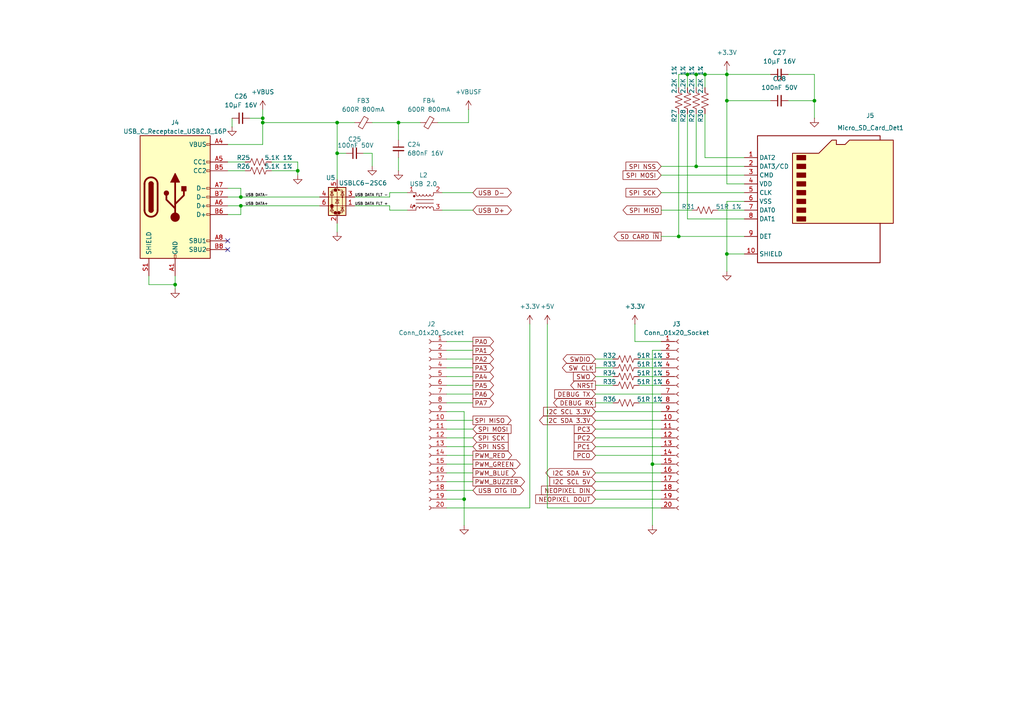
<source format=kicad_sch>
(kicad_sch (version 20231120) (generator "eeschema") (generator_version "8.0")
  (paper "A4")
  (lib_symbols
    (symbol "EMBARCADOS_-_CURSO_PCB[1]:+5V" (power) (pin_numbers hide) (pin_names (offset 0) hide)
      (property "Value" "+5V" (at 0 3.556 0))
      (symbol "+5V_1_1"
        (pin power_in line (at 0 0 90) (length 0) (name "~") (number "1"))
      )
    )
    (symbol "EMBARCADOS_-_CURSO_PCB[1]:CAP 0603 100nF 50V AVX KGM15BR71H104K " (pin_numbers hide) (pin_names (offset 0.254) hide)
      (property "Reference" "C" (at 0.254 1.778 0))
      (property "Value" "100nF 50V" (at 0.254 -2.032 0))
      (symbol "CAP 0603 100nF 50V AVX KGM15BR71H104K _1_1"
        (pin passive line (at 0 2.54 270) (length 2.032) (name "~") (number "1"))
        (pin passive line (at 0 -2.54 90) (length 2.032) (name "~") (number "2"))
      )
    )
    (symbol "EMBARCADOS_-_CURSO_PCB[1]:CAP 0603 680nF 16V AVX KGM15BR71C684M" (pin_numbers hide) (pin_names (offset 0.254) hide)
      (property "Reference" "C" (at 0.254 1.778 0))
      (property "Value" "680nF 16V" (at 0.254 -2.032 0))
      (symbol "CAP 0603 680nF 16V AVX KGM15BR71C684M_1_1"
        (pin passive line (at 0 2.54 270) (length 2.032) (name "~") (number "1"))
        (pin passive line (at 0 -2.54 90) (length 2.032) (name "~") (number "2"))
      )
    )
    (symbol "EMBARCADOS_-_CURSO_PCB[1]:CAP 0805 10uF 16V AVX KGM21AR71C106K" (pin_numbers hide) (pin_names (offset 0.254) hide)
      (property "Reference" "C" (at 0.254 1.778 0))
      (property "Value" "10µF 16V" (at 0.254 -2.032 0))
      (symbol "CAP 0805 10uF 16V AVX KGM21AR71C106K_1_1"
        (pin passive line (at 0 2.54 270) (length 2.032) (name "~") (number "1"))
        (pin passive line (at 0 -2.54 90) (length 2.032) (name "~") (number "2"))
      )
    )
    (symbol "EMBARCADOS_-_CURSO_PCB[1]:CONN 2.54mm 01x20 90° WÜRTH ELEKTRONIK 613020143121" (pin_names (offset 1.016) hide)
      (property "Reference" "J" (at 0 25.4 0))
      (property "Value" "Conn_01x20_Socket" (at 0 -27.94 0))
      (symbol "CONN 2.54mm 01x20 90° WÜRTH ELEKTRONIK 613020143121_1_1"
        (pin passive line (at -5.08 22.86 0) (length 3.81) (name "Pin_1") (number "1"))
        (pin passive line (at -5.08 0 0) (length 3.81) (name "Pin_10") (number "10"))
        (pin passive line (at -5.08 -2.54 0) (length 3.81) (name "Pin_11") (number "11"))
        (pin passive line (at -5.08 -5.08 0) (length 3.81) (name "Pin_12") (number "12"))
        (pin passive line (at -5.08 -7.62 0) (length 3.81) (name "Pin_13") (number "13"))
        (pin passive line (at -5.08 -10.16 0) (length 3.81) (name "Pin_14") (number "14"))
        (pin passive line (at -5.08 -12.7 0) (length 3.81) (name "Pin_15") (number "15"))
        (pin passive line (at -5.08 -15.24 0) (length 3.81) (name "Pin_16") (number "16"))
        (pin passive line (at -5.08 -17.78 0) (length 3.81) (name "Pin_17") (number "17"))
        (pin passive line (at -5.08 -20.32 0) (length 3.81) (name "Pin_18") (number "18"))
        (pin passive line (at -5.08 -22.86 0) (length 3.81) (name "Pin_19") (number "19"))
        (pin passive line (at -5.08 20.32 0) (length 3.81) (name "Pin_2") (number "2"))
        (pin passive line (at -5.08 -25.4 0) (length 3.81) (name "Pin_20") (number "20"))
        (pin passive line (at -5.08 17.78 0) (length 3.81) (name "Pin_3") (number "3"))
        (pin passive line (at -5.08 15.24 0) (length 3.81) (name "Pin_4") (number "4"))
        (pin passive line (at -5.08 12.7 0) (length 3.81) (name "Pin_5") (number "5"))
        (pin passive line (at -5.08 10.16 0) (length 3.81) (name "Pin_6") (number "6"))
        (pin passive line (at -5.08 7.62 0) (length 3.81) (name "Pin_7") (number "7"))
        (pin passive line (at -5.08 5.08 0) (length 3.81) (name "Pin_8") (number "8"))
        (pin passive line (at -5.08 2.54 0) (length 3.81) (name "Pin_9") (number "9"))
      )
    )
    (symbol "EMBARCADOS_-_CURSO_PCB[1]:CONN MICRO SD WÜRTH ELEKTRONIK 693071020811"
      (property "Reference" "J" (at -16.51 17.78 0))
      (property "Value" "Micro_SD_Card_Det1" (at 16.51 17.78 0))
      (symbol "CONN MICRO SD WÜRTH ELEKTRONIK 693071020811_1_1"
        (pin bidirectional line (at -22.86 10.16 0) (length 3.81) (name "DAT2") (number "1"))
        (pin passive line (at -22.86 -17.78 0) (length 3.81) (name "SHIELD") (number "10"))
        (pin passive line (at -22.86 -17.78 0) (length 3.81) hide (name "SHIELD") (number "11"))
        (pin passive line (at -22.86 -17.78 0) (length 3.81) hide (name "SHIELD") (number "12"))
        (pin passive line (at -22.86 -17.78 0) (length 3.81) hide (name "SHIELD") (number "13"))
        (pin bidirectional line (at -22.86 7.62 0) (length 3.81) (name "DAT3/CD") (number "2"))
        (pin input line (at -22.86 5.08 0) (length 3.81) (name "CMD") (number "3"))
        (pin power_in line (at -22.86 2.54 0) (length 3.81) (name "VDD") (number "4"))
        (pin input line (at -22.86 0 0) (length 3.81) (name "CLK") (number "5"))
        (pin power_in line (at -22.86 -2.54 0) (length 3.81) (name "VSS") (number "6"))
        (pin bidirectional line (at -22.86 -5.08 0) (length 3.81) (name "DAT0") (number "7"))
        (pin bidirectional line (at -22.86 -7.62 0) (length 3.81) (name "DAT1") (number "8"))
        (pin passive line (at -22.86 -12.7 0) (length 3.81) (name "DET") (number "9"))
      )
    )
    (symbol "EMBARCADOS_-_CURSO_PCB[1]:CONN USB 2.0 TYPE-C 16P WÜRTH ELEKTRONIK 629722000214" (pin_names (offset 1.016))
      (property "Reference" "J" (at 0 22.225 0))
      (property "Value" "USB_C_Receptacle_USB2.0_16P" (at 0 19.685 0))
      (symbol "CONN USB 2.0 TYPE-C 16P WÜRTH ELEKTRONIK 629722000214_1_1"
        (pin passive line (at 0 -22.86 90) (length 5.08) (name "GND") (number "A1"))
        (pin passive line (at 0 -22.86 90) (length 5.08) hide (name "GND") (number "A12"))
        (pin passive line (at 15.24 15.24 180) (length 5.08) (name "VBUS") (number "A4"))
        (pin bidirectional line (at 15.24 10.16 180) (length 5.08) (name "CC1") (number "A5"))
        (pin bidirectional line (at 15.24 -2.54 180) (length 5.08) (name "D+") (number "A6"))
        (pin bidirectional line (at 15.24 2.54 180) (length 5.08) (name "D-") (number "A7"))
        (pin bidirectional line (at 15.24 -12.7 180) (length 5.08) (name "SBU1") (number "A8"))
        (pin passive line (at 15.24 15.24 180) (length 5.08) hide (name "VBUS") (number "A9"))
        (pin passive line (at 0 -22.86 90) (length 5.08) hide (name "GND") (number "B1"))
        (pin passive line (at 0 -22.86 90) (length 5.08) hide (name "GND") (number "B12"))
        (pin passive line (at 15.24 15.24 180) (length 5.08) hide (name "VBUS") (number "B4"))
        (pin bidirectional line (at 15.24 7.62 180) (length 5.08) (name "CC2") (number "B5"))
        (pin bidirectional line (at 15.24 -5.08 180) (length 5.08) (name "D+") (number "B6"))
        (pin bidirectional line (at 15.24 0 180) (length 5.08) (name "D-") (number "B7"))
        (pin bidirectional line (at 15.24 -15.24 180) (length 5.08) (name "SBU2") (number "B8"))
        (pin passive line (at 15.24 15.24 180) (length 5.08) hide (name "VBUS") (number "B9"))
        (pin passive line (at -7.62 -22.86 90) (length 5.08) (name "SHIELD") (number "S1"))
      )
    )
    (symbol "EMBARCADOS_-_CURSO_PCB[1]:DIODE TVS USBLC6-2SC6 STMICROELECTRONICS " (pin_names hide)
      (property "Reference" "U" (at 0.635 5.715 0))
      (property "Value" "USBLC6-2SC6" (at 0.635 3.81 0))
      (symbol "DIODE TVS USBLC6-2SC6 STMICROELECTRONICS _1_1"
        (pin passive line (at -5.08 -2.54 0) (length 2.54) (name "I/O1") (number "1"))
        (pin passive line (at 0 -7.62 90) (length 2.54) (name "GND") (number "2"))
        (pin passive line (at -5.08 0 0) (length 2.54) (name "I/O2") (number "3"))
        (pin passive line (at 5.08 0 180) (length 2.54) (name "I/O2") (number "4"))
        (pin passive line (at 0 5.08 270) (length 2.54) (name "VBUS") (number "5"))
        (pin passive line (at 5.08 -2.54 180) (length 2.54) (name "I/O1") (number "6"))
      )
    )
    (symbol "EMBARCADOS_-_CURSO_PCB[1]:FB 0603 600R 800mA WÜRTH ELEKTRONIK  742792651" (pin_numbers hide) (pin_names (offset 0))
      (property "Reference" "FB" (at 1.905 1.27 0))
      (property "Value" "600R 800mA" (at 1.905 -1.27 0))
      (symbol "FB 0603 600R 800mA WÜRTH ELEKTRONIK  742792651_1_1"
        (pin passive line (at 0 2.54 270) (length 1.27) (name "~") (number "1"))
        (pin passive line (at 0 -2.54 90) (length 1.27) (name "~") (number "2"))
      )
    )
    (symbol "EMBARCADOS_-_CURSO_PCB[1]:IND CMC 1206 USB 2.0 WÜRTH ELEKTRONIK 744232090 " (pin_names (offset 0.254) hide)
      (property "Reference" "L" (at 0 4.445 0))
      (property "Value" "USB 2.0" (at 0 -4.445 0))
      (symbol "IND CMC 1206 USB 2.0 WÜRTH ELEKTRONIK 744232090 _1_1"
        (pin passive line (at -5.08 2.54 0) (length 2.54) (name "1") (number "1"))
        (pin passive line (at 5.08 2.54 180) (length 2.54) (name "2") (number "2"))
        (pin passive line (at 5.08 -2.54 180) (length 2.54) (name "3") (number "3"))
        (pin passive line (at -5.08 -2.54 0) (length 2.54) (name "4") (number "4"))
      )
    )
    (symbol "EMBARCADOS_-_CURSO_PCB[1]:POWER GND" (power) (pin_numbers hide) (pin_names (offset 0) hide)
      (property "Value" "POWER GND" (at 0 -3.81 0))
      (symbol "POWER GND_1_1"
        (pin power_in line (at 0 0 270) (length 0) (name "~") (number "1"))
      )
    )
    (symbol "EMBARCADOS_-_CURSO_PCB[1]:RES 0603 2.2K 1% VISHAY CRCW06032K20FK " (pin_numbers hide) (pin_names (offset 0))
      (property "Reference" "R" (at 2.54 0 90))
      (property "Value" "2.2K 1%" (at -2.54 0 90))
      (symbol "RES 0603 2.2K 1% VISHAY CRCW06032K20FK _1_1"
        (pin passive line (at 0 3.81 270) (length 1.27) (name "~") (number "1"))
        (pin passive line (at 0 -3.81 90) (length 1.27) (name "~") (number "2"))
      )
    )
    (symbol "EMBARCADOS_-_CURSO_PCB[1]:RES 0603 5.1K 1% VISHAY CRCW06035K10FK" (pin_numbers hide) (pin_names (offset 0))
      (property "Reference" "R" (at 2.54 0 90))
      (property "Value" "5.1K 1%" (at -2.54 0 90))
      (symbol "RES 0603 5.1K 1% VISHAY CRCW06035K10FK_1_1"
        (pin passive line (at 0 3.81 270) (length 1.27) (name "~") (number "1"))
        (pin passive line (at 0 -3.81 90) (length 1.27) (name "~") (number "2"))
      )
    )
    (symbol "EMBARCADOS_-_CURSO_PCB[1]:RES 0603 51R 1% VISHAY CRCW060351R0FK " (pin_numbers hide) (pin_names (offset 0))
      (property "Reference" "R" (at 2.54 0 90))
      (property "Value" "51R 1%" (at -2.54 0 90))
      (symbol "RES 0603 51R 1% VISHAY CRCW060351R0FK _1_1"
        (pin passive line (at 0 3.81 270) (length 1.27) (name "~") (number "1"))
        (pin passive line (at 0 -3.81 90) (length 1.27) (name "~") (number "2"))
      )
    )
  )
  (junction (at 210.82 21.59))
  (junction (at 86.36 49.53))
  (junction (at 204.47 21.59))
  (junction (at 97.79 44.45))
  (junction (at 210.82 29.21))
  (junction (at 196.85 68.58))
  (junction (at 76.2 34.29))
  (junction (at 134.62 144.78))
  (junction (at 189.23 134.62))
  (junction (at 50.8 82.55))
  (junction (at 210.82 73.66))
  (junction (at 97.79 35.56))
  (junction (at 76.2 35.56))
  (junction (at 115.57 35.56))
  (junction (at 199.39 21.59))
  (junction (at 201.93 21.59))
  (junction (at 236.22 29.21))
  (junction (at 69.85 59.69))
  (junction (at 201.93 48.26))
  (junction (at 69.85 57.15))
  (no_connect (at 66.04 69.85))
  (no_connect (at 66.04 72.39))
  (wire (pts (xy 191.77 55.88) (xy 215.9 55.88)))
  (wire (pts (xy 172.72 127) (xy 191.77 127)))
  (wire (pts (xy 189.23 101.6) (xy 189.23 134.62)))
  (wire (pts (xy 199.39 33.02) (xy 199.39 63.5)))
  (wire (pts (xy 137.16 121.92) (xy 129.54 121.92)))
  (wire (pts (xy 199.39 63.5) (xy 215.9 63.5)))
  (wire (pts (xy 153.67 93.98) (xy 153.67 147.32)))
  (wire (pts (xy 69.85 59.69) (xy 92.71 59.69)))
  (wire (pts (xy 129.54 147.32) (xy 153.67 147.32)))
  (wire (pts (xy 66.04 62.23) (xy 69.85 62.23)))
  (wire (pts (xy 228.6 21.59) (xy 236.22 21.59)))
  (wire (pts (xy 127 35.56) (xy 135.89 35.56)))
  (wire (pts (xy 210.82 21.59) (xy 223.52 21.59)))
  (wire (pts (xy 137.16 127) (xy 129.54 127)))
  (wire (pts (xy 172.72 139.7) (xy 191.77 139.7)))
  (wire (pts (xy 189.23 134.62) (xy 189.23 152.4)))
  (wire (pts (xy 210.82 29.21) (xy 223.52 29.21)))
  (wire (pts (xy 137.16 109.22) (xy 129.54 109.22)))
  (wire (pts (xy 107.95 35.56) (xy 115.57 35.56)))
  (wire (pts (xy 210.82 53.34) (xy 210.82 29.21)))
  (wire (pts (xy 137.16 124.46) (xy 129.54 124.46)))
  (wire (pts (xy 215.9 45.72) (xy 204.47 45.72)))
  (wire (pts (xy 210.82 21.59) (xy 210.82 20.32)))
  (wire (pts (xy 137.16 116.84) (xy 129.54 116.84)))
  (wire (pts (xy 128.27 55.88) (xy 137.16 55.88)))
  (wire (pts (xy 172.72 142.24) (xy 191.77 142.24)))
  (wire (pts (xy 172.72 114.3) (xy 191.77 114.3)))
  (wire (pts (xy 172.72 116.84) (xy 177.8 116.84)))
  (wire (pts (xy 102.87 57.15) (xy 113.03 57.15)))
  (wire (pts (xy 86.36 46.99) (xy 78.74 46.99)))
  (wire (pts (xy 210.82 58.42) (xy 210.82 73.66)))
  (wire (pts (xy 72.39 34.29) (xy 76.2 34.29)))
  (wire (pts (xy 137.16 114.3) (xy 129.54 114.3)))
  (wire (pts (xy 196.85 21.59) (xy 199.39 21.59)))
  (wire (pts (xy 172.72 129.54) (xy 191.77 129.54)))
  (wire (pts (xy 199.39 21.59) (xy 201.93 21.59)))
  (wire (pts (xy 201.93 48.26) (xy 215.9 48.26)))
  (wire (pts (xy 137.16 99.06) (xy 129.54 99.06)))
  (wire (pts (xy 137.16 142.24) (xy 129.54 142.24)))
  (wire (pts (xy 204.47 21.59) (xy 210.82 21.59)))
  (wire (pts (xy 191.77 101.6) (xy 189.23 101.6)))
  (wire (pts (xy 50.8 80.01) (xy 50.8 82.55)))
  (wire (pts (xy 196.85 68.58) (xy 215.9 68.58)))
  (wire (pts (xy 129.54 144.78) (xy 134.62 144.78)))
  (wire (pts (xy 97.79 44.45) (xy 97.79 52.07)))
  (wire (pts (xy 137.16 139.7) (xy 129.54 139.7)))
  (wire (pts (xy 191.77 50.8) (xy 215.9 50.8)))
  (wire (pts (xy 67.31 34.29) (xy 67.31 36.83)))
  (wire (pts (xy 134.62 144.78) (xy 134.62 152.4)))
  (wire (pts (xy 76.2 35.56) (xy 76.2 41.91)))
  (wire (pts (xy 137.16 104.14) (xy 129.54 104.14)))
  (wire (pts (xy 137.16 129.54) (xy 129.54 129.54)))
  (wire (pts (xy 115.57 35.56) (xy 121.92 35.56)))
  (wire (pts (xy 172.72 137.16) (xy 191.77 137.16)))
  (wire (pts (xy 185.42 109.22) (xy 191.77 109.22)))
  (wire (pts (xy 113.03 59.69) (xy 113.03 60.96)))
  (wire (pts (xy 97.79 44.45) (xy 100.33 44.45)))
  (wire (pts (xy 236.22 29.21) (xy 236.22 34.29)))
  (wire (pts (xy 115.57 45.72) (xy 115.57 49.53)))
  (wire (pts (xy 172.72 111.76) (xy 177.8 111.76)))
  (wire (pts (xy 158.75 93.98) (xy 158.75 147.32)))
  (wire (pts (xy 43.18 82.55) (xy 50.8 82.55)))
  (wire (pts (xy 201.93 21.59) (xy 204.47 21.59)))
  (wire (pts (xy 76.2 41.91) (xy 66.04 41.91)))
  (wire (pts (xy 215.9 73.66) (xy 210.82 73.66)))
  (wire (pts (xy 115.57 35.56) (xy 115.57 40.64)))
  (wire (pts (xy 102.87 59.69) (xy 113.03 59.69)))
  (wire (pts (xy 128.27 60.96) (xy 137.16 60.96)))
  (wire (pts (xy 76.2 35.56) (xy 97.79 35.56)))
  (wire (pts (xy 185.42 104.14) (xy 191.77 104.14)))
  (wire (pts (xy 185.42 116.84) (xy 191.77 116.84)))
  (wire (pts (xy 215.9 58.42) (xy 210.82 58.42)))
  (wire (pts (xy 137.16 134.62) (xy 129.54 134.62)))
  (wire (pts (xy 228.6 29.21) (xy 236.22 29.21)))
  (wire (pts (xy 97.79 35.56) (xy 102.87 35.56)))
  (wire (pts (xy 172.72 106.68) (xy 177.8 106.68)))
  (wire (pts (xy 66.04 54.61) (xy 69.85 54.61)))
  (wire (pts (xy 137.16 101.6) (xy 129.54 101.6)))
  (wire (pts (xy 185.42 106.68) (xy 191.77 106.68)))
  (wire (pts (xy 196.85 25.4) (xy 196.85 21.59)))
  (wire (pts (xy 69.85 54.61) (xy 69.85 57.15)))
  (wire (pts (xy 66.04 57.15) (xy 69.85 57.15)))
  (wire (pts (xy 43.18 80.01) (xy 43.18 82.55)))
  (wire (pts (xy 204.47 45.72) (xy 204.47 33.02)))
  (wire (pts (xy 76.2 31.75) (xy 76.2 34.29)))
  (wire (pts (xy 172.72 132.08) (xy 191.77 132.08)))
  (wire (pts (xy 86.36 46.99) (xy 86.36 49.53)))
  (wire (pts (xy 86.36 49.53) (xy 78.74 49.53)))
  (wire (pts (xy 129.54 119.38) (xy 134.62 119.38)))
  (wire (pts (xy 236.22 21.59) (xy 236.22 29.21)))
  (wire (pts (xy 208.28 60.96) (xy 215.9 60.96)))
  (wire (pts (xy 69.85 62.23) (xy 69.85 59.69)))
  (wire (pts (xy 158.75 147.32) (xy 191.77 147.32)))
  (wire (pts (xy 189.23 134.62) (xy 191.77 134.62)))
  (wire (pts (xy 191.77 68.58) (xy 196.85 68.58)))
  (wire (pts (xy 134.62 119.38) (xy 134.62 144.78)))
  (wire (pts (xy 137.16 111.76) (xy 129.54 111.76)))
  (wire (pts (xy 113.03 60.96) (xy 118.11 60.96)))
  (wire (pts (xy 215.9 53.34) (xy 210.82 53.34)))
  (wire (pts (xy 172.72 104.14) (xy 177.8 104.14)))
  (wire (pts (xy 191.77 60.96) (xy 200.66 60.96)))
  (wire (pts (xy 50.8 82.55) (xy 50.8 83.82)))
  (wire (pts (xy 137.16 106.68) (xy 129.54 106.68)))
  (wire (pts (xy 210.82 29.21) (xy 210.82 21.59)))
  (wire (pts (xy 66.04 49.53) (xy 71.12 49.53)))
  (wire (pts (xy 201.93 21.59) (xy 201.93 25.4)))
  (wire (pts (xy 135.89 35.56) (xy 135.89 31.75)))
  (wire (pts (xy 137.16 137.16) (xy 129.54 137.16)))
  (wire (pts (xy 66.04 59.69) (xy 69.85 59.69)))
  (wire (pts (xy 191.77 48.26) (xy 201.93 48.26)))
  (wire (pts (xy 97.79 35.56) (xy 97.79 44.45)))
  (wire (pts (xy 66.04 46.99) (xy 71.12 46.99)))
  (wire (pts (xy 172.72 109.22) (xy 177.8 109.22)))
  (wire (pts (xy 69.85 57.15) (xy 92.71 57.15)))
  (wire (pts (xy 137.16 132.08) (xy 129.54 132.08)))
  (wire (pts (xy 172.72 119.38) (xy 191.77 119.38)))
  (wire (pts (xy 105.41 44.45) (xy 107.95 44.45)))
  (wire (pts (xy 172.72 121.92) (xy 191.77 121.92)))
  (wire (pts (xy 184.15 99.06) (xy 184.15 93.98)))
  (wire (pts (xy 113.03 55.88) (xy 118.11 55.88)))
  (wire (pts (xy 191.77 99.06) (xy 184.15 99.06)))
  (wire (pts (xy 97.79 64.77) (xy 97.79 67.31)))
  (wire (pts (xy 199.39 21.59) (xy 199.39 25.4)))
  (wire (pts (xy 201.93 33.02) (xy 201.93 48.26)))
  (wire (pts (xy 86.36 49.53) (xy 86.36 50.8)))
  (wire (pts (xy 204.47 21.59) (xy 204.47 25.4)))
  (wire (pts (xy 76.2 34.29) (xy 76.2 35.56)))
  (wire (pts (xy 113.03 57.15) (xy 113.03 55.88)))
  (wire (pts (xy 185.42 111.76) (xy 191.77 111.76)))
  (wire (pts (xy 210.82 73.66) (xy 210.82 78.74)))
  (wire (pts (xy 107.95 44.45) (xy 107.95 48.26)))
  (wire (pts (xy 172.72 124.46) (xy 191.77 124.46)))
  (wire (pts (xy 172.72 144.78) (xy 191.77 144.78)))
  (wire (pts (xy 196.85 33.02) (xy 196.85 68.58)))
  (label "USB DATA+" (at 71.12 59.69 0) (effects (font (size 0.762 0.762))))
  (label "USB DATA-" (at 71.12 57.15 0) (effects (font (size 0.762 0.762))))
  (label "USB DATA FLT +" (at 102.87 59.69 0) (effects (font (size 0.762 0.762))))
  (label "USB DATA FLT -" (at 102.87 57.15 0) (effects (font (size 0.762 0.762))))
  (global_label "DEBUG RX" (shape output) (at 172.72 116.84 180) (property "Intersheetrefs" "${INTERSHEET_REFS}" (effects (hide yes))))
  (global_label "SPI MISO" (shape output) (at 137.16 121.92 0) (property "Intersheetrefs" "${INTERSHEET_REFS}" (effects (hide yes))))
  (global_label "PA2" (shape output) (at 137.16 104.14 0) (property "Intersheetrefs" "${INTERSHEET_REFS}" (effects (hide yes))))
  (global_label "SPI NSS" (shape input) (at 191.77 48.26 180) (property "Intersheetrefs" "${INTERSHEET_REFS}" (effects (hide yes))))
  (global_label "USB D-" (shape bidirectional) (at 137.16 55.88 0) (property "Intersheetrefs" "${INTERSHEET_REFS}" (effects (hide yes))))
  (global_label "SPI SCK" (shape input) (at 137.16 127 0) (property "Intersheetrefs" "${INTERSHEET_REFS}" (effects (hide yes))))
  (global_label "PA0" (shape output) (at 137.16 99.06 0) (property "Intersheetrefs" "${INTERSHEET_REFS}" (effects (hide yes))))
  (global_label "PWM_RED" (shape output) (at 137.16 132.08 0) (property "Intersheetrefs" "${INTERSHEET_REFS}" (effects (hide yes))))
  (global_label "PWM_GREEN" (shape output) (at 137.16 134.62 0) (property "Intersheetrefs" "${INTERSHEET_REFS}" (effects (hide yes))))
  (global_label "PA6" (shape output) (at 137.16 114.3 0) (property "Intersheetrefs" "${INTERSHEET_REFS}" (effects (hide yes))))
  (global_label "PWM_BLUE" (shape output) (at 137.16 137.16 0) (property "Intersheetrefs" "${INTERSHEET_REFS}" (effects (hide yes))))
  (global_label "SPI SCK" (shape input) (at 191.77 55.88 180) (property "Intersheetrefs" "${INTERSHEET_REFS}" (effects (hide yes))))
  (global_label "USB OTG ID" (shape bidirectional) (at 137.16 142.24 0) (property "Intersheetrefs" "${INTERSHEET_REFS}" (effects (hide yes))))
  (global_label "PC3" (shape input) (at 172.72 124.46 180) (property "Intersheetrefs" "${INTERSHEET_REFS}" (effects (hide yes))))
  (global_label "SWO" (shape input) (at 172.72 109.22 180) (property "Intersheetrefs" "${INTERSHEET_REFS}" (effects (hide yes))))
  (global_label "SPI MISO" (shape output) (at 191.77 60.96 180) (property "Intersheetrefs" "${INTERSHEET_REFS}" (effects (hide yes))))
  (global_label "I2C SCL 3.3V" (shape input) (at 172.72 119.38 180) (property "Intersheetrefs" "${INTERSHEET_REFS}" (effects (hide yes))))
  (global_label "USB D+" (shape bidirectional) (at 137.16 60.96 0) (property "Intersheetrefs" "${INTERSHEET_REFS}" (effects (hide yes))))
  (global_label "PC1" (shape input) (at 172.72 129.54 180) (property "Intersheetrefs" "${INTERSHEET_REFS}" (effects (hide yes))))
  (global_label "SPI MOSI" (shape input) (at 137.16 124.46 0) (property "Intersheetrefs" "${INTERSHEET_REFS}" (effects (hide yes))))
  (global_label "PA5" (shape output) (at 137.16 111.76 0) (property "Intersheetrefs" "${INTERSHEET_REFS}" (effects (hide yes))))
  (global_label "PC2" (shape input) (at 172.72 127 180) (property "Intersheetrefs" "${INTERSHEET_REFS}" (effects (hide yes))))
  (global_label "NEOPIXEL DIN" (shape input) (at 172.72 142.24 180) (property "Intersheetrefs" "${INTERSHEET_REFS}" (effects (hide yes))))
  (global_label "NEOPIXEL DOUT" (shape input) (at 172.72 144.78 180) (property "Intersheetrefs" "${INTERSHEET_REFS}" (effects (hide yes))))
  (global_label "I2C SDA 3.3V" (shape bidirectional) (at 172.72 121.92 180) (property "Intersheetrefs" "${INTERSHEET_REFS}" (effects (hide yes))))
  (global_label "PCO" (shape input) (at 172.72 132.08 180) (property "Intersheetrefs" "${INTERSHEET_REFS}" (effects (hide yes))))
  (global_label "I2C SDA 5V" (shape bidirectional) (at 172.72 137.16 180) (property "Intersheetrefs" "${INTERSHEET_REFS}" (effects (hide yes))))
  (global_label "SWDIO" (shape bidirectional) (at 172.72 104.14 180) (property "Intersheetrefs" "${INTERSHEET_REFS}" (effects (hide yes))))
  (global_label "PA1" (shape output) (at 137.16 101.6 0) (property "Intersheetrefs" "${INTERSHEET_REFS}" (effects (hide yes))))
  (global_label "SPI NSS" (shape input) (at 137.16 129.54 0) (property "Intersheetrefs" "${INTERSHEET_REFS}" (effects (hide yes))))
  (global_label "SD CARD ~{IN}" (shape output) (at 191.77 68.58 180) (property "Intersheetrefs" "${INTERSHEET_REFS}" (effects (hide yes))))
  (global_label "DEBUG TX" (shape input) (at 172.72 114.3 180) (property "Intersheetrefs" "${INTERSHEET_REFS}" (effects (hide yes))))
  (global_label "PA3" (shape output) (at 137.16 106.68 0) (property "Intersheetrefs" "${INTERSHEET_REFS}" (effects (hide yes))))
  (global_label "PA4" (shape output) (at 137.16 109.22 0) (property "Intersheetrefs" "${INTERSHEET_REFS}" (effects (hide yes))))
  (global_label "SPI MOSI" (shape input) (at 191.77 50.8 180) (property "Intersheetrefs" "${INTERSHEET_REFS}" (effects (hide yes))))
  (global_label "I2C SCL 5V" (shape input) (at 172.72 139.7 180) (property "Intersheetrefs" "${INTERSHEET_REFS}" (effects (hide yes))))
  (global_label "SW CLK" (shape output) (at 172.72 106.68 180) (property "Intersheetrefs" "${INTERSHEET_REFS}" (effects (hide yes))))
  (global_label "NRST" (shape output) (at 172.72 111.76 180) (property "Intersheetrefs" "${INTERSHEET_REFS}" (effects (hide yes))))
  (global_label "PWM_BUZZER" (shape output) (at 137.16 139.7 0) (property "Intersheetrefs" "${INTERSHEET_REFS}" (effects (hide yes))))
  (global_label "PA7" (shape output) (at 137.16 116.84 0) (property "Intersheetrefs" "${INTERSHEET_REFS}" (effects (hide yes))))
  (symbol (lib_id "EMBARCADOS_-_CURSO_PCB[1]:POWER GND") (at 134.62 152.4 0) (unit 1)
    (property "Reference" "#PWR061" (effects (hide yes)))
    (property "Value" "GND" (effects (hide yes)))
    (property "Description" "Power symbol creates a global label with name \"GND\" , ground" (effects (hide yes)))
  )
  (symbol (lib_id "EMBARCADOS_-_CURSO_PCB[1]:POWER GND") (at 189.23 152.4 0) (unit 1)
    (property "Reference" "#PWR065" (effects (hide yes)))
    (property "Value" "GND" (effects (hide yes)))
    (property "Description" "Power symbol creates a global label with name \"GND\" , ground" (effects (hide yes)))
  )
  (symbol (lib_id "EMBARCADOS_-_CURSO_PCB[1]:RES 0603 2.2K 1% VISHAY CRCW06032K20FK ") (at 199.39 29.21 0) (unit 1)
    (property "Reference" "R28" (at 198.12 35.56 90) (effects (justify left)))
    (property "Value" "2.2K 1%" (at 198.12 27.178 90) (effects (justify left)))
    (property "Footprint" "EMBARCADOS - CURSO PCB:R_0603_1608Metric" (effects (hide yes)))
    (property "Datasheet" "https://www.we-online.com/components/products/datasheet/61300411821.pdf" (effects (hide yes)))
    (property "Description" "RES 0603 2.2K 1% VISHAY" (effects (hide yes)))
    (property "MPN" "CRCW06032K20FK " (effects (hide yes)))
    (property "Manufacturer" "VISHAY " (effects (hide yes)))
    (property "3D Model" "KiCad" (effects (hide yes)))
    (property "Notes" "-" (effects (hide yes)))
    (property "LCSC Part # " "C4190 " (effects (hide yes)))
    (property "LCSC MPN " "0603WAF2201T5E " (effects (hide yes)))
    (property "LCSC MANUFACTURER " "UNI-ROYAL " (effects (hide yes)))
  )
  (symbol (lib_id "EMBARCADOS_-_CURSO_PCB[1]:+5V") (at 184.15 93.98 0) (unit 1)
    (property "Reference" "#PWR064" (effects (hide yes)))
    (property "Value" "+3.3V" (at 184.15 88.9 0))
    (property "Description" "Power symbol creates a global label with name \"+5V\"" (effects (hide yes)))
  )
  (symbol (lib_id "EMBARCADOS_-_CURSO_PCB[1]:RES 0603 51R 1% VISHAY CRCW060351R0FK ") (at 181.61 111.76 90) (unit 1)
    (property "Reference" "R35" (at 176.784 110.744 90))
    (property "Value" "51R 1%" (at 188.468 110.744 90))
    (property "Footprint" "EMBARCADOS - CURSO PCB:R_0603_1608Metric" (effects (hide yes)))
    (property "Datasheet" "https://www.we-online.com/components/products/datasheet/61300411821.pdf" (effects (hide yes)))
    (property "Description" "RES 0603 51R 1% VISHAY" (effects (hide yes)))
    (property "MPN" "CRCW060351R0FK " (effects (hide yes)))
    (property "Manufacturer" "VISHAY " (effects (hide yes)))
    (property "3D Model" "KiCad" (effects (hide yes)))
    (property "Notes" "-" (effects (hide yes)))
    (property "LCSC Part # " "C23197 " (effects (hide yes)))
    (property "LCSC MPN " "0603WAF510JT5E " (effects (hide yes)))
    (property "LCSC MANUFACTURER " "UNI-ROYAL " (effects (hide yes)))
  )
  (symbol (lib_id "EMBARCADOS_-_CURSO_PCB[1]:POWER GND") (at 115.57 49.53 0) (unit 1)
    (property "Reference" "#PWR054" (effects (hide yes)))
    (property "Value" "GND" (effects (hide yes)))
    (property "Description" "Power symbol creates a global label with name \"GND\" , ground" (effects (hide yes)))
  )
  (symbol (lib_id "EMBARCADOS_-_CURSO_PCB[1]:IND CMC 1206 USB 2.0 WÜRTH ELEKTRONIK 744232090 ") (at 123.19 58.42 0) (unit 1)
    (property "Reference" "L2" (at 122.809 50.8 0))
    (property "Value" "USB 2.0" (at 122.809 53.34 0))
    (property "Footprint" "EMBARCADOS - CURSO PCB:WE-CNSW SMT Common Mode Line Filter" (effects (hide yes)))
    (property "Datasheet" "https://www.we-online.com/components/products/datasheet/744232090.pdf" (effects (hide yes)))
    (property "Description" "IND CMC 1206 USB 2.0" (effects (hide yes)))
    (property "MPN" "744232090 " (effects (hide yes)))
    (property "Manufacturer" "WÜRTH ELEKTRONIK " (effects (hide yes)))
    (property "3D Model" "https://www.we-online.com/components/products/download/WE-CNSW_1206_CNSW%20%28rev1%29.igs" (effects (hide yes)))
    (property "Notes" "-" (effects (hide yes)))
    (property "LCSC Part # " "-" (effects (hide yes)))
    (property "LCSC MPN " "-" (effects (hide yes)))
    (property "LCSC MANUFACTURER " "-" (effects (hide yes)))
  )
  (symbol (lib_id "EMBARCADOS_-_CURSO_PCB[1]:RES 0603 2.2K 1% VISHAY CRCW06032K20FK ") (at 196.85 29.21 0) (unit 1)
    (property "Reference" "R27" (at 195.58 35.56 90) (effects (justify left)))
    (property "Value" "2.2K 1%" (at 195.58 27.178 90) (effects (justify left)))
    (property "Footprint" "EMBARCADOS - CURSO PCB:R_0603_1608Metric" (effects (hide yes)))
    (property "Datasheet" "https://www.we-online.com/components/products/datasheet/61300411821.pdf" (effects (hide yes)))
    (property "Description" "RES 0603 2.2K 1% VISHAY" (effects (hide yes)))
    (property "MPN" "CRCW06032K20FK " (effects (hide yes)))
    (property "Manufacturer" "VISHAY " (effects (hide yes)))
    (property "3D Model" "KiCad" (effects (hide yes)))
    (property "Notes" "-" (effects (hide yes)))
    (property "LCSC Part # " "C4190 " (effects (hide yes)))
    (property "LCSC MPN " "0603WAF2201T5E " (effects (hide yes)))
    (property "LCSC MANUFACTURER " "UNI-ROYAL " (effects (hide yes)))
  )
  (symbol (lib_id "EMBARCADOS_-_CURSO_PCB[1]:CAP 0603 100nF 50V AVX KGM15BR71H104K ") (at 226.06 29.21 90) (unit 1)
    (property "Reference" "C28" (at 226.0663 22.86 90))
    (property "Value" "100nF 50V" (at 226.0663 25.4 90))
    (property "Footprint" "EMBARCADOS - CURSO PCB:C_0603_1608Metric" (effects (hide yes)))
    (property "Datasheet" "https://datasheets.kyocera-avx.com/KGM_X7R.pdf" (effects (hide yes)))
    (property "Description" "CAP 0603 100nF 50V AVX" (effects (hide yes)))
    (property "MPN" "KGM15BR71H104K " (effects (hide yes)))
    (property "Manufacturer" "KYOCERA/AVX " (effects (hide yes)))
    (property "3D Model" "KiCad" (effects (hide yes)))
    (property "Notes" "-" (effects (hide yes)))
    (property "LCSC Part # " "C14663 " (effects (hide yes)))
    (property "LCSC MPN " "CC0603KRX7R9BB104 " (effects (hide yes)))
    (property "LCSC MANUFACTURER " "YAGEO " (effects (hide yes)))
  )
  (symbol (lib_id "EMBARCADOS_-_CURSO_PCB[1]:+5V") (at 153.67 93.98 0) (unit 1)
    (property "Reference" "#PWR062" (effects (hide yes)))
    (property "Value" "+3.3V" (at 153.67 88.9 0))
    (property "Description" "Power symbol creates a global label with name \"+5V\"" (effects (hide yes)))
  )
  (symbol (lib_id "EMBARCADOS_-_CURSO_PCB[1]:RES 0603 51R 1% VISHAY CRCW060351R0FK ") (at 181.61 104.14 90) (unit 1)
    (property "Reference" "R32" (at 176.784 103.124 90))
    (property "Value" "51R 1%" (at 188.468 103.124 90))
    (property "Footprint" "EMBARCADOS - CURSO PCB:R_0603_1608Metric" (effects (hide yes)))
    (property "Datasheet" "https://www.we-online.com/components/products/datasheet/61300411821.pdf" (effects (hide yes)))
    (property "Description" "RES 0603 51R 1% VISHAY" (effects (hide yes)))
    (property "MPN" "CRCW060351R0FK " (effects (hide yes)))
    (property "Manufacturer" "VISHAY " (effects (hide yes)))
    (property "3D Model" "KiCad" (effects (hide yes)))
    (property "Notes" "-" (effects (hide yes)))
    (property "LCSC Part # " "C23197 " (effects (hide yes)))
    (property "LCSC MPN " "0603WAF510JT5E " (effects (hide yes)))
    (property "LCSC MANUFACTURER " "UNI-ROYAL " (effects (hide yes)))
  )
  (symbol (lib_id "EMBARCADOS_-_CURSO_PCB[1]:POWER GND") (at 236.22 34.29 0) (unit 1)
    (property "Reference" "#PWR060" (effects (hide yes)))
    (property "Value" "GND" (effects (hide yes)))
    (property "Description" "Power symbol creates a global label with name \"GND\" , ground" (effects (hide yes)))
  )
  (symbol (lib_id "EMBARCADOS_-_CURSO_PCB[1]:POWER GND") (at 67.31 36.83 0) (unit 1)
    (property "Reference" "#PWR057" (effects (hide yes)))
    (property "Value" "GND" (effects (hide yes)))
    (property "Description" "Power symbol creates a global label with name \"GND\" , ground" (effects (hide yes)))
  )
  (symbol (lib_id "EMBARCADOS_-_CURSO_PCB[1]:CONN 2.54mm 01x20 90° WÜRTH ELEKTRONIK 613020143121") (at 196.85 121.92 0) (unit 1)
    (property "Reference" "J3" (at 196.215 93.98 0))
    (property "Value" "Conn_01x20_Socket" (at 196.215 96.52 0))
    (property "Footprint" "EMBARCADOS - CURSO PCB:PinSocket_1x20_P2.54mm_Horizontal" (effects (hide yes)))
    (property "Datasheet" "https://www.we-online.com/components/products/datasheet/613020143121.pdf" (effects (hide yes)))
    (property "Description" "Generic connector, single row, 01x20, script generated" (effects (hide yes)))
    (property "MPN" "613020143121 " (effects (hide yes)))
    (property "Manufacturer" "WÜRTH ELEKTRONIK " (effects (hide yes)))
    (property "3D Model" "https://www.we-online.com/components/products/download/613020143121%20%28rev1%29.igs" (effects (hide yes)))
    (property "Notes" "THRU HOLE" (effects (hide yes)))
    (property "LCSC Part # " "-" (effects (hide yes)))
    (property "LCSC MPN " "-" (effects (hide yes)))
    (property "LCSC MANUFACTURER " "-" (effects (hide yes)))
  )
  (symbol (lib_id "EMBARCADOS_-_CURSO_PCB[1]:+5V") (at 135.89 31.75 0) (unit 1)
    (property "Reference" "#PWR055" (effects (hide yes)))
    (property "Value" "+VBUSF" (at 135.89 26.67 0))
    (property "Description" "Power symbol creates a global label with name \"+5V\"" (effects (hide yes)))
  )
  (symbol (lib_id "EMBARCADOS_-_CURSO_PCB[1]:RES 0603 5.1K 1% VISHAY CRCW06035K10FK") (at 74.93 49.53 90) (unit 1)
    (property "Reference" "R26" (at 70.612 48.26 90))
    (property "Value" "5.1K 1%" (at 80.772 48.26 90))
    (property "Footprint" "EMBARCADOS - CURSO PCB:R_0603_1608Metric" (effects (hide yes)))
    (property "Datasheet" "https://www.we-online.com/components/products/datasheet/61300411821.pdf" (effects (hide yes)))
    (property "Description" "RES 0603 5.1K 1% VISHAY" (effects (hide yes)))
    (property "MPN" "CRCW06035K10FK" (effects (hide yes)))
    (property "Manufacturer" "VISHAY " (effects (hide yes)))
    (property "3D Model" "KiCad" (effects (hide yes)))
    (property "Notes" "-" (effects (hide yes)))
    (property "LCSC Part # " "C23186 " (effects (hide yes)))
    (property "LCSC MPN " "0603WAF5101T5E " (effects (hide yes)))
    (property "LCSC MANUFACTURER " "UNI-ROYAL " (effects (hide yes)))
  )
  (symbol (lib_id "EMBARCADOS_-_CURSO_PCB[1]:CAP 0603 680nF 16V AVX KGM15BR71C684M") (at 115.57 43.18 0) (unit 1)
    (property "Reference" "C24" (at 118.11 41.9162 0) (effects (justify left)))
    (property "Value" "680nF 16V" (at 118.11 44.4562 0) (effects (justify left)))
    (property "Footprint" "EMBARCADOS - CURSO PCB:C_0603_1608Metric" (effects (hide yes)))
    (property "Datasheet" "https://datasheets.kyocera-avx.com/KGM_X7R.pdf" (effects (hide yes)))
    (property "Description" "CAP 0603 680nF 16V AVX" (effects (hide yes)))
    (property "MPN" "KGM15BR71C684M " (effects (hide yes)))
    (property "Manufacturer" "KYOCERA/AVX " (effects (hide yes)))
    (property "3D Model" "KiCad" (effects (hide yes)))
    (property "Notes" "-" (effects (hide yes)))
    (property "LCSC Part # " "C327005 " (effects (hide yes)))
    (property "LCSC MPN " "CC0603KRX5R8BB684 " (effects (hide yes)))
    (property "LCSC MANUFACTURER " "YAGEO " (effects (hide yes)))
  )
  (symbol (lib_id "EMBARCADOS_-_CURSO_PCB[1]:RES 0603 51R 1% VISHAY CRCW060351R0FK ") (at 181.61 106.68 90) (unit 1)
    (property "Reference" "R33" (at 176.784 105.664 90))
    (property "Value" "51R 1%" (at 188.468 105.664 90))
    (property "Footprint" "EMBARCADOS - CURSO PCB:R_0603_1608Metric" (effects (hide yes)))
    (property "Datasheet" "https://www.we-online.com/components/products/datasheet/61300411821.pdf" (effects (hide yes)))
    (property "Description" "RES 0603 51R 1% VISHAY" (effects (hide yes)))
    (property "MPN" "CRCW060351R0FK " (effects (hide yes)))
    (property "Manufacturer" "VISHAY " (effects (hide yes)))
    (property "3D Model" "KiCad" (effects (hide yes)))
    (property "Notes" "-" (effects (hide yes)))
    (property "LCSC Part # " "C23197 " (effects (hide yes)))
    (property "LCSC MPN " "0603WAF510JT5E " (effects (hide yes)))
    (property "LCSC MANUFACTURER " "UNI-ROYAL " (effects (hide yes)))
  )
  (symbol (lib_id "EMBARCADOS_-_CURSO_PCB[1]:CAP 0805 10uF 16V AVX KGM21AR71C106K") (at 69.85 34.29 90) (unit 1)
    (property "Reference" "C26" (at 69.8563 27.94 90))
    (property "Value" "10µF 16V" (at 69.8563 30.48 90))
    (property "Footprint" "EMBARCADOS - CURSO PCB:C_0805_2012Metric" (effects (hide yes)))
    (property "Datasheet" "https://datasheets.kyocera-avx.com/KGM_X7R.pdf" (effects (hide yes)))
    (property "Description" "CAP 0805 10uF 16V AVX" (effects (hide yes)))
    (property "MPN" "KGM21AR71C106K " (effects (hide yes)))
    (property "Manufacturer" "KYOCERA/AVX " (effects (hide yes)))
    (property "3D Model" "KiCad" (effects (hide yes)))
    (property "Notes" "-" (effects (hide yes)))
    (property "LCSC Part # " "C15850 " (effects (hide yes)))
    (property "LCSC MPN " "CL21A106KAYNNNE " (effects (hide yes)))
    (property "LCSC MANUFACTURER " "SAMSUNG " (effects (hide yes)))
  )
  (symbol (lib_id "EMBARCADOS_-_CURSO_PCB[1]:+5V") (at 76.2 31.75 0) (unit 1)
    (property "Reference" "#PWR050" (effects (hide yes)))
    (property "Value" "+VBUS" (at 76.2 26.67 0))
    (property "Description" "Power symbol creates a global label with name \"+5V\"" (effects (hide yes)))
  )
  (symbol (lib_id "EMBARCADOS_-_CURSO_PCB[1]:RES 0603 51R 1% VISHAY CRCW060351R0FK ") (at 181.61 116.84 90) (unit 1)
    (property "Reference" "R36" (at 176.784 115.824 90))
    (property "Value" "51R 1%" (at 188.468 115.824 90))
    (property "Footprint" "EMBARCADOS - CURSO PCB:R_0603_1608Metric" (effects (hide yes)))
    (property "Datasheet" "https://www.we-online.com/components/products/datasheet/61300411821.pdf" (effects (hide yes)))
    (property "Description" "RES 0603 51R 1% VISHAY" (effects (hide yes)))
    (property "MPN" "CRCW060351R0FK " (effects (hide yes)))
    (property "Manufacturer" "VISHAY " (effects (hide yes)))
    (property "3D Model" "KiCad" (effects (hide yes)))
    (property "Notes" "-" (effects (hide yes)))
    (property "LCSC Part # " "C23197 " (effects (hide yes)))
    (property "LCSC MPN " "0603WAF510JT5E " (effects (hide yes)))
    (property "LCSC MANUFACTURER " "UNI-ROYAL " (effects (hide yes)))
  )
  (symbol (lib_id "EMBARCADOS_-_CURSO_PCB[1]:FB 0603 600R 800mA WÜRTH ELEKTRONIK  742792651") (at 124.46 35.56 90) (unit 1)
    (property "Reference" "FB4" (at 124.4219 29.21 90))
    (property "Value" "600R 800mA" (at 124.4219 31.75 90))
    (property "Footprint" "EMBARCADOS - CURSO PCB:L_0603_1608Metric" (effects (hide yes)))
    (property "Datasheet" "https://www.we-online.com/components/products/datasheet/742792651.pdf" (effects (hide yes)))
    (property "Description" "Ferrite bead, small symbol" (effects (hide yes)))
    (property "MPN" "742792651 " (effects (hide yes)))
    (property "Manufacturer" "WÜRTH ELEKTRONIK " (effects (hide yes)))
    (property "3D Model" "KiCad" (effects (hide yes)))
    (property "Notes" "-" (effects (hide yes)))
    (property "LCSC Part # " "C963865 " (effects (hide yes)))
    (property "LCSC MPN " "ACMS160808A1213A " (effects (hide yes)))
    (property "LCSC MANUFACTURER " "HYHONGYEX " (effects (hide yes)))
  )
  (symbol (lib_id "EMBARCADOS_-_CURSO_PCB[1]:FB 0603 600R 800mA WÜRTH ELEKTRONIK  742792651") (at 105.41 35.56 90) (unit 1)
    (property "Reference" "FB3" (at 105.3719 29.21 90))
    (property "Value" "600R 800mA" (at 105.3719 31.75 90))
    (property "Footprint" "EMBARCADOS - CURSO PCB:L_0603_1608Metric" (effects (hide yes)))
    (property "Datasheet" "https://www.we-online.com/components/products/datasheet/742792651.pdf" (effects (hide yes)))
    (property "Description" "Ferrite bead, small symbol" (effects (hide yes)))
    (property "MPN" "742792651 " (effects (hide yes)))
    (property "Manufacturer" "WÜRTH ELEKTRONIK " (effects (hide yes)))
    (property "3D Model" "KiCad" (effects (hide yes)))
    (property "Notes" "-" (effects (hide yes)))
    (property "LCSC Part # " "C963865 " (effects (hide yes)))
    (property "LCSC MPN " "ACMS160808A1213A " (effects (hide yes)))
    (property "LCSC MANUFACTURER " "HYHONGYEX " (effects (hide yes)))
  )
  (symbol (lib_id "EMBARCADOS_-_CURSO_PCB[1]:POWER GND") (at 97.79 67.31 0) (unit 1)
    (property "Reference" "#PWR052" (effects (hide yes)))
    (property "Value" "GND" (effects (hide yes)))
    (property "Description" "Power symbol creates a global label with name \"GND\" , ground" (effects (hide yes)))
  )
  (symbol (lib_id "EMBARCADOS_-_CURSO_PCB[1]:RES 0603 5.1K 1% VISHAY CRCW06035K10FK") (at 74.93 46.99 90) (unit 1)
    (property "Reference" "R25" (at 70.612 45.72 90))
    (property "Value" "5.1K 1%" (at 80.772 45.72 90))
    (property "Footprint" "EMBARCADOS - CURSO PCB:R_0603_1608Metric" (effects (hide yes)))
    (property "Datasheet" "https://www.we-online.com/components/products/datasheet/61300411821.pdf" (effects (hide yes)))
    (property "Description" "RES 0603 5.1K 1% VISHAY" (effects (hide yes)))
    (property "MPN" "CRCW06035K10FK" (effects (hide yes)))
    (property "Manufacturer" "VISHAY " (effects (hide yes)))
    (property "3D Model" "KiCad" (effects (hide yes)))
    (property "Notes" "-" (effects (hide yes)))
    (property "LCSC Part # " "C23186 " (effects (hide yes)))
    (property "LCSC MPN " "0603WAF5101T5E " (effects (hide yes)))
    (property "LCSC MANUFACTURER " "UNI-ROYAL " (effects (hide yes)))
  )
  (symbol (lib_id "EMBARCADOS_-_CURSO_PCB[1]:CONN 2.54mm 01x20 90° WÜRTH ELEKTRONIK 613020143121") (at 124.46 121.92 0) (mirror y) (unit 1)
    (property "Reference" "J2" (at 125.095 93.98 0))
    (property "Value" "Conn_01x20_Socket" (at 125.095 96.52 0))
    (property "Footprint" "EMBARCADOS - CURSO PCB:PinSocket_1x20_P2.54mm_Horizontal" (effects (hide yes)))
    (property "Datasheet" "https://www.we-online.com/components/products/datasheet/613020143121.pdf" (effects (hide yes)))
    (property "Description" "Generic connector, single row, 01x20, script generated" (effects (hide yes)))
    (property "MPN" "613020143121 " (effects (hide yes)))
    (property "Manufacturer" "WÜRTH ELEKTRONIK " (effects (hide yes)))
    (property "3D Model" "https://www.we-online.com/components/products/download/613020143121%20%28rev1%29.igs" (effects (hide yes)))
    (property "Notes" "THRU HOLE" (effects (hide yes)))
    (property "LCSC Part # " "-" (effects (hide yes)))
    (property "LCSC MPN " "-" (effects (hide yes)))
    (property "LCSC MANUFACTURER " "-" (effects (hide yes)))
  )
  (symbol (lib_id "EMBARCADOS_-_CURSO_PCB[1]:CONN USB 2.0 TYPE-C 16P WÜRTH ELEKTRONIK 629722000214") (at 50.8 57.15 0) (unit 1)
    (property "Reference" "J4" (at 50.8 35.56 0))
    (property "Value" "USB_C_Receptacle_USB2.0_16P" (at 50.8 38.1 0))
    (property "Footprint" "EMBARCADOS - CURSO PCB:USB_C_Receptacle_G-Switch_GT-USB-7010ASV" (effects (hide yes)))
    (property "Datasheet" "https://www.we-online.com/components/products/datasheet/629722000214.pdf" (effects (hide yes)))
    (property "Description" "USB 2.0-only 16P Type-C Receptacle connector" (effects (hide yes)))
    (property "MPN" "629722000214 " (effects (hide yes)))
    (property "Manufacturer" "WÜRTH ELEKTRONIK " (effects (hide yes)))
    (property "3D Model" "https://www.we-online.com/components/products/download/IGES_629722000214%20%28rev1%29.iges" (effects (hide yes)))
    (property "Notes" "-" (effects (hide yes)))
    (property "LCSC Part # " "C2927038 " (effects (hide yes)))
    (property "LCSC MPN " "USB-TYPE-C-018 " (effects (hide yes)))
    (property "LCSC MANUFACTURER " "DEALON " (effects (hide yes)))
  )
  (symbol (lib_id "EMBARCADOS_-_CURSO_PCB[1]:CAP 0603 100nF 50V AVX KGM15BR71H104K ") (at 102.87 44.45 90) (unit 1)
    (property "Reference" "C25" (at 102.87 40.386 90))
    (property "Value" "100nF 50V" (at 103.124 42.164 90))
    (property "Footprint" "EMBARCADOS - CURSO PCB:C_0603_1608Metric" (effects (hide yes)))
    (property "Datasheet" "https://datasheets.kyocera-avx.com/KGM_X7R.pdf" (effects (hide yes)))
    (property "Description" "CAP 0603 100nF 50V AVX" (effects (hide yes)))
    (property "MPN" "KGM15BR71H104K " (effects (hide yes)))
    (property "Manufacturer" "KYOCERA/AVX " (effects (hide yes)))
    (property "3D Model" "KiCad" (effects (hide yes)))
    (property "Notes" "-" (effects (hide yes)))
    (property "LCSC Part # " "C14663 " (effects (hide yes)))
    (property "LCSC MPN " "CC0603KRX7R9BB104 " (effects (hide yes)))
    (property "LCSC MANUFACTURER " "YAGEO " (effects (hide yes)))
  )
  (symbol (lib_id "EMBARCADOS_-_CURSO_PCB[1]:RES 0603 2.2K 1% VISHAY CRCW06032K20FK ") (at 201.93 29.21 0) (unit 1)
    (property "Reference" "R29" (at 200.66 35.56 90) (effects (justify left)))
    (property "Value" "2.2K 1%" (at 200.66 27.178 90) (effects (justify left)))
    (property "Footprint" "EMBARCADOS - CURSO PCB:R_0603_1608Metric" (effects (hide yes)))
    (property "Datasheet" "https://www.we-online.com/components/products/datasheet/61300411821.pdf" (effects (hide yes)))
    (property "Description" "RES 0603 2.2K 1% VISHAY" (effects (hide yes)))
    (property "MPN" "CRCW06032K20FK " (effects (hide yes)))
    (property "Manufacturer" "VISHAY " (effects (hide yes)))
    (property "3D Model" "KiCad" (effects (hide yes)))
    (property "Notes" "-" (effects (hide yes)))
    (property "LCSC Part # " "C4190 " (effects (hide yes)))
    (property "LCSC MPN " "0603WAF2201T5E " (effects (hide yes)))
    (property "LCSC MANUFACTURER " "UNI-ROYAL " (effects (hide yes)))
  )
  (symbol (lib_id "EMBARCADOS_-_CURSO_PCB[1]:CONN MICRO SD WÜRTH ELEKTRONIK 693071020811") (at 238.76 55.88 0) (unit 1)
    (property "Reference" "J5" (at 251.206 33.528 0) (effects (justify left)))
    (property "Value" "Micro_SD_Card_Det1" (at 242.824 37.084 0) (effects (justify left)))
    (property "Footprint" "EMBARCADOS - CURSO PCB:WE 693071020811" (effects (hide yes)))
    (property "Datasheet" "https://www.we-online.com/components/products/datasheet/693071020811.pdf" (effects (hide yes)))
    (property "Description" "Micro SD Card Socket with one card detection pin" (effects (hide yes)))
    (property "MPN" "693071020811 " (effects (hide yes)))
    (property "Manufacturer" "WÜRTH ELEKTRONIK " (effects (hide yes)))
    (property "3D Model" "https://www.we-online.com/components/products/download/Download_IGES_693071020811%20%28rev1%29.iges " (effects (hide yes)))
    (property "Notes" "-" (effects (hide yes)))
    (property "LCSC Part # " "C19189038 " (effects (hide yes)))
    (property "LCSC MPN " "HX TF-CARD H1.8 SY " (effects (hide yes)))
    (property "LCSC MANUFACTURER " "HANXIA " (effects (hide yes)))
  )
  (symbol (lib_id "EMBARCADOS_-_CURSO_PCB[1]:+5V") (at 210.82 20.32 0) (unit 1)
    (property "Reference" "#PWR059" (effects (hide yes)))
    (property "Value" "+3.3V" (at 210.82 15.24 0))
    (property "Description" "Power symbol creates a global label with name \"+5V\"" (effects (hide yes)))
  )
  (symbol (lib_id "EMBARCADOS_-_CURSO_PCB[1]:+5V") (at 158.75 93.98 0) (unit 1)
    (property "Reference" "#PWR063" (effects (hide yes)))
    (property "Value" "+5V" (at 158.75 88.9 0))
    (property "Description" "Power symbol creates a global label with name \"+5V\"" (effects (hide yes)))
  )
  (symbol (lib_id "EMBARCADOS_-_CURSO_PCB[1]:CAP 0805 10uF 16V AVX KGM21AR71C106K") (at 226.06 21.59 90) (unit 1)
    (property "Reference" "C27" (at 226.0663 15.24 90))
    (property "Value" "10µF 16V" (at 226.0663 17.78 90))
    (property "Footprint" "EMBARCADOS - CURSO PCB:C_0805_2012Metric" (effects (hide yes)))
    (property "Datasheet" "https://datasheets.kyocera-avx.com/KGM_X7R.pdf" (effects (hide yes)))
    (property "Description" "CAP 0805 10uF 16V AVX" (effects (hide yes)))
    (property "MPN" "KGM21AR71C106K " (effects (hide yes)))
    (property "Manufacturer" "KYOCERA/AVX " (effects (hide yes)))
    (property "3D Model" "KiCad" (effects (hide yes)))
    (property "Notes" "-" (effects (hide yes)))
    (property "LCSC Part # " "C15850 " (effects (hide yes)))
    (property "LCSC MPN " "CL21A106KAYNNNE " (effects (hide yes)))
    (property "LCSC MANUFACTURER " "SAMSUNG " (effects (hide yes)))
  )
  (symbol (lib_id "EMBARCADOS_-_CURSO_PCB[1]:RES 0603 51R 1% VISHAY CRCW060351R0FK ") (at 181.61 109.22 90) (unit 1)
    (property "Reference" "R34" (at 176.784 108.204 90))
    (property "Value" "51R 1%" (at 188.468 108.204 90))
    (property "Footprint" "EMBARCADOS - CURSO PCB:R_0603_1608Metric" (effects (hide yes)))
    (property "Datasheet" "https://www.we-online.com/components/products/datasheet/61300411821.pdf" (effects (hide yes)))
    (property "Description" "RES 0603 51R 1% VISHAY" (effects (hide yes)))
    (property "MPN" "CRCW060351R0FK " (effects (hide yes)))
    (property "Manufacturer" "VISHAY " (effects (hide yes)))
    (property "3D Model" "KiCad" (effects (hide yes)))
    (property "Notes" "-" (effects (hide yes)))
    (property "LCSC Part # " "C23197 " (effects (hide yes)))
    (property "LCSC MPN " "0603WAF510JT5E " (effects (hide yes)))
    (property "LCSC MANUFACTURER " "UNI-ROYAL " (effects (hide yes)))
  )
  (symbol (lib_id "EMBARCADOS_-_CURSO_PCB[1]:POWER GND") (at 86.36 50.8 0) (unit 1)
    (property "Reference" "#PWR051" (effects (hide yes)))
    (property "Value" "GND" (effects (hide yes)))
    (property "Description" "Power symbol creates a global label with name \"GND\" , ground" (effects (hide yes)))
  )
  (symbol (lib_id "EMBARCADOS_-_CURSO_PCB[1]:POWER GND") (at 210.82 78.74 0) (unit 1)
    (property "Reference" "#PWR058" (effects (hide yes)))
    (property "Value" "GND" (effects (hide yes)))
    (property "Description" "Power symbol creates a global label with name \"GND\" , ground" (effects (hide yes)))
  )
  (symbol (lib_id "EMBARCADOS_-_CURSO_PCB[1]:POWER GND") (at 107.95 48.26 0) (unit 1)
    (property "Reference" "#PWR056" (effects (hide yes)))
    (property "Value" "GND" (effects (hide yes)))
    (property "Description" "Power symbol creates a global label with name \"GND\" , ground" (effects (hide yes)))
  )
  (symbol (lib_id "EMBARCADOS_-_CURSO_PCB[1]:POWER GND") (at 50.8 83.82 0) (unit 1)
    (property "Reference" "#PWR053" (effects (hide yes)))
    (property "Value" "GND" (effects (hide yes)))
    (property "Description" "Power symbol creates a global label with name \"GND\" , ground" (effects (hide yes)))
  )
  (symbol (lib_id "EMBARCADOS_-_CURSO_PCB[1]:RES 0603 2.2K 1% VISHAY CRCW06032K20FK ") (at 204.47 29.21 0) (unit 1)
    (property "Reference" "R30" (at 203.2 35.56 90) (effects (justify left)))
    (property "Value" "2.2K 1%" (at 203.2 27.178 90) (effects (justify left)))
    (property "Footprint" "EMBARCADOS - CURSO PCB:R_0603_1608Metric" (effects (hide yes)))
    (property "Datasheet" "https://www.we-online.com/components/products/datasheet/61300411821.pdf" (effects (hide yes)))
    (property "Description" "RES 0603 2.2K 1% VISHAY" (effects (hide yes)))
    (property "MPN" "CRCW06032K20FK " (effects (hide yes)))
    (property "Manufacturer" "VISHAY " (effects (hide yes)))
    (property "3D Model" "KiCad" (effects (hide yes)))
    (property "Notes" "-" (effects (hide yes)))
    (property "LCSC Part # " "C4190 " (effects (hide yes)))
    (property "LCSC MPN " "0603WAF2201T5E " (effects (hide yes)))
    (property "LCSC MANUFACTURER " "UNI-ROYAL " (effects (hide yes)))
  )
  (symbol (lib_id "EMBARCADOS_-_CURSO_PCB[1]:DIODE TVS USBLC6-2SC6 STMICROELECTRONICS ") (at 97.79 57.15 0) (mirror y) (unit 1)
    (property "Reference" "U5" (at 97.282 51.562 0) (effects (justify left)))
    (property "Value" "USBLC6-2SC6" (at 112.268 53.086 0) (effects (justify left)))
    (property "Footprint" "EMBARCADOS - CURSO PCB:SOT-23-6" (effects (hide yes)))
    (property "Datasheet" "https://www.st.com/resource/en/datasheet/usblc6-2sc6y.pdf" (effects (hide yes)))
    (property "Description" "Very low capacitance ESD protection diode, 2 data-line, SOT-23-6" (effects (hide yes)))
    (property "MPN" "USBLC6-2SC6" (effects (hide yes)))
    (property "Manufacturer" "STMICROELECTRONICS " (effects (hide yes)))
    (property "LCSC Part # " "C2827654 " (effects (hide yes)))
    (property "LCSC MPN " "USBLC6-2SC6 " (effects (hide yes)))
    (property "LCSC MANUFACTURER " "TECH PUBLIC " (effects (hide yes)))
  )
  (symbol (lib_id "EMBARCADOS_-_CURSO_PCB[1]:RES 0603 51R 1% VISHAY CRCW060351R0FK ") (at 204.47 60.96 90) (unit 1)
    (property "Reference" "R31" (at 199.644 59.944 90))
    (property "Value" "51R 1%" (at 211.328 59.944 90))
    (property "Footprint" "EMBARCADOS - CURSO PCB:R_0603_1608Metric" (effects (hide yes)))
    (property "Datasheet" "https://www.we-online.com/components/products/datasheet/61300411821.pdf" (effects (hide yes)))
    (property "Description" "RES 0603 51R 1% VISHAY" (effects (hide yes)))
    (property "MPN" "CRCW060351R0FK " (effects (hide yes)))
    (property "Manufacturer" "VISHAY " (effects (hide yes)))
    (property "3D Model" "KiCad" (effects (hide yes)))
    (property "Notes" "-" (effects (hide yes)))
    (property "LCSC Part # " "C23197 " (effects (hide yes)))
    (property "LCSC MPN " "0603WAF510JT5E " (effects (hide yes)))
    (property "LCSC MANUFACTURER " "UNI-ROYAL " (effects (hide yes)))
  )
)
</source>
